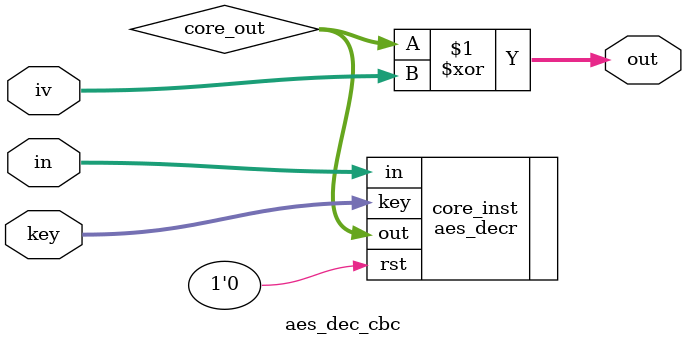
<source format=v>
`timescale 1ns / 1ps


module aes_dec_cbc(
input  [127:0] in,  // Ciphertext
    input  [127:0] key, // Key
    input  [127:0] iv,  // Initialization Vector
    output [127:0] out  // Plaintext
);
    wire [127:0] core_out;

    // Gọi AES Core (File ở Bước 2)
    // Quan trọng: Phải gọi đúng tên module 'aes_decr'
    aes_decr core_inst (
        .rst(1'b0),
        .in (in),
        .key(key),
        .out(core_out)
    );

    // XOR với IV (Logic của CBC Decryption)
    assign out = core_out ^ iv;
endmodule

</source>
